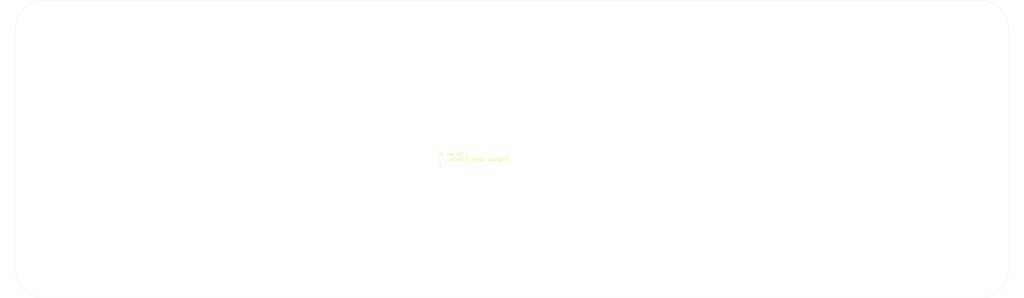
<source format=kicad_pcb>
(kicad_pcb (version 20221018) (generator pcbnew)
  (layers (0 "F.Cu" signal) (31 "B.Cu" signal) (34 "B.Paste" user) (35 "F.Paste" user) (36 "B.SilkS" user "B.Silkscreen") (37 "F.SilkS" user "F.Silkscreen") (38 "B.Mask" user) (39 "F.Mask" user) (44 "Edge.Cuts" user))
  (net 0 "")
  (footprint "MountingHole:MountingHole_2.2mm_M2" (layer "F.Cu") (at 352.425 71.43555)
    (fp_text reference "REF**" hide)
    (fp_text value "MountingHole_2.2mm_M2")
    (pad "" np_thru_hole circle (at 0 0) (size 2.2 2.2) (drill 2.2) (layers "*.Cu" "*.Mask"))
  )
  (footprint "MountingHole:MountingHole_2.2mm_M2" (layer "F.Cu") (at 330.99375 71.4375)
    (fp_text reference "REF**" hide)
    (fp_text value "MountingHole_2.2mm_M2")
    (pad "" np_thru_hole circle (at 0 0) (size 2.2 2.2) (drill 2.2) (layers "*.Cu" "*.Mask"))
  )
  (footprint "MountingHole:MountingHole_2.2mm_M2" (layer "F.Cu") (at 81.7511 71.433)
    (fp_text reference "REF**" hide)
    (fp_text value "MountingHole_2.2mm_M2")
    (pad "" np_thru_hole circle (at 0 0) (size 2.2 2.2) (drill 2.2) (layers "*.Cu" "*.Mask"))
  )
  (footprint "MountingHole:MountingHole_2.2mm_M2" (layer "F.Cu") (at 140.4849 71.433)
    (fp_text reference "REF**" hide)
    (fp_text value "MountingHole_2.2mm_M2")
    (pad "" np_thru_hole circle (at 0 0) (size 2.2 2.2) (drill 2.2) (layers "*.Cu" "*.Mask"))
  )
  (footprint "MountingHole:MountingHole_2.2mm_M2" (layer "F.Cu") (at 61.11875 111.125)
    (fp_text reference "REF**" hide)
    (fp_text value "MountingHole_2.2mm_M2")
    (pad "" np_thru_hole circle (at 0 0) (size 2.2 2.2) (drill 2.2) (layers "*.Cu" "*.Mask"))
  )
  (footprint "MountingHole:MountingHole_2.2mm_M2" (layer "F.Cu") (at 61.11875 31.75)
    (fp_text reference "REF**" hide)
    (fp_text value "MountingHole_2.2mm_M2")
    (pad "" np_thru_hole circle (at 0 0) (size 2.2 2.2) (drill 2.2) (layers "*.Cu" "*.Mask"))
  )
  (footprint "MountingHole:MountingHole_2.2mm_M2" (layer "F.Cu") (at 130.9605 30.9543)
    (fp_text reference "REF**" hide)
    (fp_text value "MountingHole_2.2mm_M2")
    (pad "" np_thru_hole circle (at 0 0) (size 2.2 2.2) (drill 2.2) (layers "*.Cu" "*.Mask"))
  )
  (footprint "MountingHole:MountingHole_2.2mm_M2" (layer "F.Cu") (at 130.9605 111.9117)
    (fp_text reference "REF**" hide)
    (fp_text value "MountingHole_2.2mm_M2")
    (pad "" np_thru_hole circle (at 0 0) (size 2.2 2.2) (drill 2.2) (layers "*.Cu" "*.Mask"))
  )
  (footprint "MountingHole:MountingHole_2.2mm_M2" (layer "F.Cu") (at 188.1069 30.9543)
    (fp_text reference "REF**" hide)
    (fp_text value "MountingHole_2.2mm_M2")
    (pad "" np_thru_hole circle (at 0 0) (size 2.2 2.2) (drill 2.2) (layers "*.Cu" "*.Mask"))
  )
  (footprint "MountingHole:MountingHole_2.2mm_M2" (layer "F.Cu") (at 188.1069 111.9117)
    (fp_text reference "REF**" hide)
    (fp_text value "MountingHole_2.2mm_M2")
    (pad "" np_thru_hole circle (at 0 0) (size 2.2 2.2) (drill 2.2) (layers "*.Cu" "*.Mask"))
  )
  (footprint "MountingHole:MountingHole_2.2mm_M2" (layer "F.Cu") (at 60.3212 71.433)
    (fp_text reference "REF**" hide)
    (fp_text value "MountingHole_2.2mm_M2")
    (pad "" np_thru_hole circle (at 0 0) (size 2.2 2.2) (drill 2.2) (layers "*.Cu" "*.Mask"))
  )
  (footprint "MountingHole:MountingHole_2.2mm_M2" (layer "F.Cu") (at 235.7289 71.433)
    (fp_text reference "REF**" hide)
    (fp_text value "MountingHole_2.2mm_M2")
    (pad "" np_thru_hole circle (at 0 0) (size 2.2 2.2) (drill 2.2) (layers "*.Cu" "*.Mask"))
  )
  (footprint "MountingHole:MountingHole_2.2mm_M2" (layer "F.Cu") (at 245.2533 30.9543)
    (fp_text reference "REF**" hide)
    (fp_text value "MountingHole_2.2mm_M2")
    (pad "" np_thru_hole circle (at 0 0) (size 2.2 2.2) (drill 2.2) (layers "*.Cu" "*.Mask"))
  )
  (footprint "MountingHole:MountingHole_2.2mm_M2" (layer "F.Cu") (at 302.3997 111.9117)
    (fp_text reference "REF**" hide)
    (fp_text value "MountingHole_2.2mm_M2")
    (pad "" np_thru_hole circle (at 0 0) (size 2.2 2.2) (drill 2.2) (layers "*.Cu" "*.Mask"))
  )
  (footprint "MountingHole:MountingHole_2.2mm_M2" (layer "F.Cu") (at 302.3997 30.9543)
    (fp_text reference "REF**" hide)
    (fp_text value "MountingHole_2.2mm_M2")
    (pad "" np_thru_hole circle (at 0 0) (size 2.2 2.2) (drill 2.2) (layers "*.Cu" "*.Mask"))
  )
  (footprint "MountingHole:MountingHole_2.2mm_M2" (layer "F.Cu") (at 81.75625 111.91875)
    (fp_text reference "REF**" hide)
    (fp_text value "MountingHole_2.2mm_M2")
    (pad "" np_thru_hole circle (at 0 0) (size 2.2 2.2) (drill 2.2) (layers "*.Cu" "*.Mask"))
  )
  (footprint "MountingHole:MountingHole_2.2mm_M2" (layer "F.Cu") (at 81.75625 30.95625)
    (fp_text reference "REF**" hide)
    (fp_text value "MountingHole_2.2mm_M2")
    (pad "" np_thru_hole circle (at 0 0) (size 2.2 2.2) (drill 2.2) (layers "*.Cu" "*.Mask"))
  )
  (footprint "MountingHole:MountingHole_2.2mm_M2" (layer "F.Cu") (at 245.2533 111.9117)
    (fp_text reference "REF**" hide)
    (fp_text value "MountingHole_2.2mm_M2")
    (pad "" np_thru_hole circle (at 0 0) (size 2.2 2.2) (drill 2.2) (layers "*.Cu" "*.Mask"))
  )
  (footprint "MountingHole:MountingHole_2.2mm_M2" (layer "F.Cu") (at 351.63125 31.75)
    (fp_text reference "REF**" hide)
    (fp_text value "MountingHole_2.2mm_M2")
    (pad "" np_thru_hole circle (at 0 0) (size 2.2 2.2) (drill 2.2) (layers "*.Cu" "*.Mask"))
  )
  (footprint "MountingHole:MountingHole_2.2mm_M2" (layer "F.Cu") (at 351.63125 111.125)
    (fp_text reference "REF**" hide)
    (fp_text value "MountingHole_2.2mm_M2")
    (pad "" np_thru_hole circle (at 0 0) (size 2.2 2.2) (drill 2.2) (layers "*.Cu" "*.Mask"))
  )
  (gr_line (start 357.165 107.9432) (end 357.165 34.9228) (stroke (width 0.05)) (layer "Edge.Cuts"))
  (gr_line (start 348.4343 26.1921) (end 64.2897 26.1921) (stroke (width 0.05)) (layer "Edge.Cuts"))
  (gr_line (start 55.559 34.9228) (end 55.559 107.9432) (stroke (width 0.05)) (layer "Edge.Cuts"))
  (gr_line (start 64.2897 116.6739) (end 79.37 116.6739) (stroke (width 0.05)) (layer "Edge.Cuts"))
  (gr_line (start 348.4343 116.6739) (end 124.6109 116.6739) (stroke (width 0.05)) (layer "Edge.Cuts"))
  (gr_line (start 124.6109 116.6739) (end 79.37 116.6739) (stroke (width 0.05)) (layer "Edge.Cuts"))
  (gr_arc (start 64.2897 116.6739) (mid 58.116163 114.116737) (end 55.559 107.9432) (stroke (width 0.05)) (layer "Edge.Cuts"))
  (gr_arc (start 357.165 107.9432) (mid 354.607837 114.116737) (end 348.4343 116.6739) (stroke (width 0.05)) (layer "Edge.Cuts"))
  (gr_arc (start 348.4343 26.1921) (mid 354.607837 28.749263) (end 357.165 34.9228) (stroke (width 0.05)) (layer "Edge.Cuts"))
  (gr_arc (start 55.559 34.9228) (mid 58.116163 28.749263) (end 64.2897 26.1921) (stroke (width 0.05)) (layer "Edge.Cuts"))
  (gr_text "fn main() {\n    println!(\"Hello, world!\");\n}" (at 184.15 74.6125) (layer "F.SilkS") (effects (font (size 1 1)) (justify left)))
)
</source>
